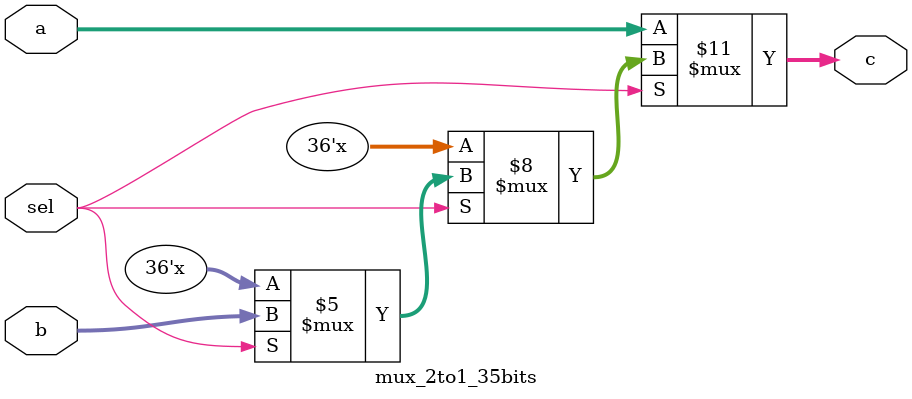
<source format=v>
module mux_2to1_35bits(c,a,b,sel);
	input [35:0]a;
	input [35:0]b;
	input sel;
	output reg[35:0]c;
			
	always@(*)begin 
		if(sel==0)
			c=a;
		else if(sel==1)
			c=b;
		else c=36'hx;
	end
	
endmodule

</source>
